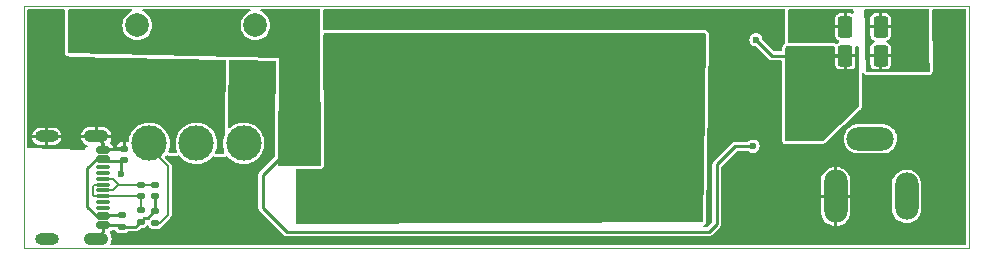
<source format=gbr>
%TF.GenerationSoftware,KiCad,Pcbnew,6.0.11+dfsg-1~bpo11+1*%
%TF.CreationDate,2023-04-14T13:04:02+02:00*%
%TF.ProjectId,IR-diode-general,49522d64-696f-4646-952d-67656e657261,rev?*%
%TF.SameCoordinates,Original*%
%TF.FileFunction,Copper,L1,Top*%
%TF.FilePolarity,Positive*%
%FSLAX46Y46*%
G04 Gerber Fmt 4.6, Leading zero omitted, Abs format (unit mm)*
G04 Created by KiCad (PCBNEW 6.0.11+dfsg-1~bpo11+1) date 2023-04-14 13:04:02 commit 5e22265*
%MOMM*%
%LPD*%
G01*
G04 APERTURE LIST*
G04 Aperture macros list*
%AMRoundRect*
0 Rectangle with rounded corners*
0 $1 Rounding radius*
0 $2 $3 $4 $5 $6 $7 $8 $9 X,Y pos of 4 corners*
0 Add a 4 corners polygon primitive as box body*
4,1,4,$2,$3,$4,$5,$6,$7,$8,$9,$2,$3,0*
0 Add four circle primitives for the rounded corners*
1,1,$1+$1,$2,$3*
1,1,$1+$1,$4,$5*
1,1,$1+$1,$6,$7*
1,1,$1+$1,$8,$9*
0 Add four rect primitives between the rounded corners*
20,1,$1+$1,$2,$3,$4,$5,0*
20,1,$1+$1,$4,$5,$6,$7,0*
20,1,$1+$1,$6,$7,$8,$9,0*
20,1,$1+$1,$8,$9,$2,$3,0*%
G04 Aperture macros list end*
%TA.AperFunction,Profile*%
%ADD10C,0.100000*%
%TD*%
%TA.AperFunction,SMDPad,CuDef*%
%ADD11RoundRect,0.147500X-0.172500X0.147500X-0.172500X-0.147500X0.172500X-0.147500X0.172500X0.147500X0*%
%TD*%
%TA.AperFunction,SMDPad,CuDef*%
%ADD12RoundRect,0.147500X0.172500X-0.147500X0.172500X0.147500X-0.172500X0.147500X-0.172500X-0.147500X0*%
%TD*%
%TA.AperFunction,ComponentPad*%
%ADD13O,2.000000X4.500000*%
%TD*%
%TA.AperFunction,ComponentPad*%
%ADD14O,4.000000X1.990000*%
%TD*%
%TA.AperFunction,ComponentPad*%
%ADD15O,2.000000X4.000000*%
%TD*%
%TA.AperFunction,SMDPad,CuDef*%
%ADD16RoundRect,0.150000X-0.425000X0.150000X-0.425000X-0.150000X0.425000X-0.150000X0.425000X0.150000X0*%
%TD*%
%TA.AperFunction,SMDPad,CuDef*%
%ADD17RoundRect,0.075000X-0.500000X0.075000X-0.500000X-0.075000X0.500000X-0.075000X0.500000X0.075000X0*%
%TD*%
%TA.AperFunction,ComponentPad*%
%ADD18O,2.100000X1.050000*%
%TD*%
%TA.AperFunction,ComponentPad*%
%ADD19O,2.000000X1.000000*%
%TD*%
%TA.AperFunction,SMDPad,CuDef*%
%ADD20RoundRect,0.180000X0.420000X0.720000X-0.420000X0.720000X-0.420000X-0.720000X0.420000X-0.720000X0*%
%TD*%
%TA.AperFunction,WasherPad*%
%ADD21C,2.000000*%
%TD*%
%TA.AperFunction,ComponentPad*%
%ADD22C,3.000000*%
%TD*%
%TA.AperFunction,ViaPad*%
%ADD23C,0.600000*%
%TD*%
%TA.AperFunction,Conductor*%
%ADD24C,0.250000*%
%TD*%
%TA.AperFunction,Conductor*%
%ADD25C,0.150000*%
%TD*%
G04 APERTURE END LIST*
D10*
X85000000Y-40500000D02*
X165000000Y-40500000D01*
X165000000Y-40500000D02*
X165000000Y-61000000D01*
X165000000Y-61000000D02*
X85000000Y-61000000D01*
X85000000Y-61000000D02*
X85000000Y-40500000D01*
D11*
%TO.P,C13,1*%
%TO.N,GND*%
X93450000Y-52566000D03*
%TO.P,C13,2*%
%TO.N,/LED DRIVER & USB-C Power output/VBUS*%
X93450000Y-53534000D03*
%TD*%
D12*
%TO.P,R12,1*%
%TO.N,GND*%
X96100000Y-56600000D03*
%TO.P,R12,2*%
%TO.N,Net-(J2-PadA7)*%
X96100000Y-55630000D03*
%TD*%
D13*
%TO.P,J1,1,1*%
%TO.N,+12V*%
X153700000Y-56600000D03*
D14*
%TO.P,J1,2,2*%
%TO.N,GND*%
X156648000Y-51721000D03*
D15*
%TO.P,J1,3,3*%
X159699000Y-56600000D03*
%TD*%
D16*
%TO.P,J2,A1,GND*%
%TO.N,GND*%
X91659645Y-52648000D03*
%TO.P,J2,A4,VBUS*%
%TO.N,/LED DRIVER & USB-C Power output/VBUS*%
X91659645Y-53450000D03*
D17*
%TO.P,J2,A5,CC1*%
%TO.N,unconnected-(J2-PadA5)*%
X91659645Y-54600000D03*
%TO.P,J2,A6,D+*%
%TO.N,Net-(J2-PadA6)*%
X91659645Y-55600000D03*
%TO.P,J2,A7,D-*%
%TO.N,Net-(J2-PadA7)*%
X91659645Y-56098000D03*
%TO.P,J2,A8,SBU1*%
%TO.N,unconnected-(J2-PadA8)*%
X91659645Y-57099000D03*
D16*
%TO.P,J2,A9,VBUS*%
%TO.N,/LED DRIVER & USB-C Power output/VBUS*%
X91659645Y-58248000D03*
%TO.P,J2,A12,GND*%
%TO.N,GND*%
X91659645Y-59050000D03*
%TO.P,J2,B1,GND*%
X91659645Y-59050000D03*
%TO.P,J2,B4,VBUS*%
%TO.N,/LED DRIVER & USB-C Power output/VBUS*%
X91659645Y-58248000D03*
D17*
%TO.P,J2,B5,CC2*%
%TO.N,unconnected-(J2-PadB5)*%
X91659645Y-57599000D03*
%TO.P,J2,B6,D+*%
%TO.N,Net-(J2-PadA6)*%
X91659645Y-56598000D03*
%TO.P,J2,B7,D-*%
%TO.N,Net-(J2-PadA7)*%
X91659645Y-55100000D03*
%TO.P,J2,B8,SBU2*%
%TO.N,unconnected-(J2-PadB8)*%
X91659645Y-54100000D03*
D16*
%TO.P,J2,B9,VBUS*%
%TO.N,/LED DRIVER & USB-C Power output/VBUS*%
X91659645Y-53450000D03*
%TO.P,J2,B12,GND*%
%TO.N,GND*%
X91659645Y-52648000D03*
D18*
%TO.P,J2,S1,SHIELD*%
X91085645Y-51529000D03*
D19*
X86904645Y-51529000D03*
D18*
X91085645Y-60170000D03*
D19*
X86904645Y-60170000D03*
%TD*%
D20*
%TO.P,R11,1*%
%TO.N,C_out*%
X157500000Y-44700000D03*
%TO.P,R11,2*%
%TO.N,SW*%
X154501000Y-44700000D03*
%TD*%
D12*
%TO.P,R13,1*%
%TO.N,Net-(J2-PadA6)*%
X94850000Y-56600000D03*
%TO.P,R13,2*%
%TO.N,Net-(J2-PadA7)*%
X94850000Y-55630000D03*
%TD*%
%TO.P,C12,1*%
%TO.N,GND*%
X93250000Y-59184000D03*
%TO.P,C12,2*%
%TO.N,/LED DRIVER & USB-C Power output/VBUS*%
X93250000Y-58216000D03*
%TD*%
D11*
%TO.P,R6,1*%
%TO.N,GND*%
X96100000Y-57865000D03*
%TO.P,R6,2*%
%TO.N,Net-(POT1-Pad1)*%
X96100000Y-58835000D03*
%TD*%
D20*
%TO.P,R10,1*%
%TO.N,C_out*%
X157500000Y-42250000D03*
%TO.P,R10,2*%
%TO.N,FB*%
X154501000Y-42250000D03*
%TD*%
D21*
%TO.P,POT1,*%
%TO.N,*%
X94574600Y-42111800D03*
X104574600Y-42111800D03*
D22*
%TO.P,POT1,1*%
%TO.N,Net-(POT1-Pad1)*%
X95574600Y-52111800D03*
%TO.P,POT1,2*%
%TO.N,Net-(POT1-Pad2)*%
X99574600Y-52111800D03*
%TO.P,POT1,3*%
%TO.N,Net-(C8-Pad2)*%
X103574600Y-52111800D03*
%TD*%
D12*
%TO.P,R14,1*%
%TO.N,GND*%
X94850000Y-58750000D03*
%TO.P,R14,2*%
%TO.N,Net-(J2-PadA6)*%
X94850000Y-57780000D03*
%TD*%
D23*
%TO.N,GND*%
X95550000Y-46200000D03*
X94250000Y-46350000D03*
%TO.N,+12V*%
X105600000Y-47700000D03*
X144750000Y-48150000D03*
%TO.N,SW*%
X146948423Y-43349500D03*
X151350000Y-50800000D03*
X150100000Y-50750000D03*
%TO.N,/LED DRIVER & USB-C Power output/VBUS*%
X93150000Y-54700000D03*
%TO.N,A_in*%
X107100000Y-52900000D03*
X91750000Y-43750000D03*
X146700000Y-52350000D03*
X91850000Y-42750000D03*
%TO.N,C_out*%
X158800000Y-41700000D03*
X159000000Y-45150000D03*
%TO.N,Thermal*%
X111250000Y-43830000D03*
X125580000Y-54540000D03*
X111250000Y-45370000D03*
X114090000Y-46910000D03*
X111250000Y-46910000D03*
X118700000Y-46900000D03*
X122500000Y-54540000D03*
X136510000Y-45420000D03*
X117880000Y-54540000D03*
X133280000Y-54540000D03*
X130200000Y-54540000D03*
X111720000Y-56080000D03*
X134970000Y-45420000D03*
X117170000Y-43830000D03*
X131740000Y-54540000D03*
X112550000Y-48450000D03*
X112550000Y-45370000D03*
X138050000Y-48500000D03*
X114090000Y-43830000D03*
X128660000Y-54540000D03*
X134970000Y-46960000D03*
X133430000Y-46960000D03*
X119420000Y-56080000D03*
X139350000Y-45420000D03*
X134970000Y-43880000D03*
X112600000Y-53050000D03*
X133430000Y-45420000D03*
X139350000Y-54540000D03*
X134820000Y-54540000D03*
X111250000Y-48450000D03*
X137900000Y-54540000D03*
X138050000Y-46960000D03*
X137900000Y-56080000D03*
X128660000Y-56080000D03*
X122500000Y-56080000D03*
X114800000Y-54540000D03*
X139350000Y-48500000D03*
X111200000Y-53050000D03*
X124040000Y-56080000D03*
X137900000Y-53000000D03*
X113260000Y-56080000D03*
X127120000Y-54540000D03*
X131740000Y-56080000D03*
X134820000Y-56080000D03*
X124040000Y-54540000D03*
X133280000Y-56080000D03*
X116340000Y-54540000D03*
X136360000Y-54540000D03*
X117170000Y-46910000D03*
X138050000Y-43880000D03*
X115630000Y-46910000D03*
X111900000Y-50900000D03*
X134250000Y-50850000D03*
X133430000Y-43880000D03*
X120960000Y-54540000D03*
X120960000Y-56080000D03*
X130200000Y-56080000D03*
X112550000Y-46910000D03*
X119420000Y-54540000D03*
X117880000Y-56080000D03*
X113260000Y-54540000D03*
X116340000Y-56080000D03*
X125580000Y-56080000D03*
X136360000Y-56080000D03*
X118710000Y-45370000D03*
X139350000Y-43880000D03*
X114800000Y-56080000D03*
X139350000Y-53000000D03*
X115630000Y-43830000D03*
X118710000Y-43830000D03*
X136510000Y-43880000D03*
X115630000Y-45370000D03*
X117170000Y-45370000D03*
X136510000Y-46960000D03*
X139350000Y-46960000D03*
X138050000Y-45420000D03*
X114090000Y-45370000D03*
X112550000Y-43830000D03*
X139350000Y-56080000D03*
X111720000Y-54540000D03*
X127120000Y-56080000D03*
%TO.N,FB*%
X150150000Y-42300000D03*
%TD*%
D24*
%TO.N,GND*%
X91659645Y-59596000D02*
X91085645Y-60170000D01*
X95450000Y-58450000D02*
X96020000Y-57880000D01*
X91659645Y-59050000D02*
X93116000Y-59050000D01*
X93150000Y-52616000D02*
X91691645Y-52616000D01*
X96100000Y-56600000D02*
X96100000Y-57780000D01*
X93250000Y-59184000D02*
X94416000Y-59184000D01*
X91659645Y-59050000D02*
X91659645Y-59596000D01*
X91659645Y-52103000D02*
X91085645Y-51529000D01*
X94416000Y-59184000D02*
X94850000Y-58750000D01*
X94850000Y-58750000D02*
X95150000Y-58450000D01*
X95150000Y-58450000D02*
X95450000Y-58450000D01*
X91659645Y-52648000D02*
X91659645Y-52103000D01*
%TO.N,SW*%
X148298923Y-44700000D02*
X154501000Y-44700000D01*
X146948423Y-43349500D02*
X148298923Y-44700000D01*
%TO.N,/LED DRIVER & USB-C Power output/VBUS*%
X91119952Y-53450000D02*
X90334645Y-54235307D01*
X90334645Y-54235307D02*
X90334645Y-57463693D01*
X93250000Y-58216000D02*
X91691645Y-58216000D01*
X93150000Y-54700000D02*
X93150000Y-53584000D01*
X93150000Y-53584000D02*
X91793645Y-53584000D01*
X91118952Y-58248000D02*
X91659645Y-58248000D01*
X91659645Y-53450000D02*
X91119952Y-53450000D01*
X90334645Y-57463693D02*
X91118952Y-58248000D01*
%TO.N,A_in*%
X107100000Y-52900000D02*
X105200000Y-54800000D01*
X143650000Y-58900000D02*
X143650000Y-53900000D01*
X142950000Y-59600000D02*
X143650000Y-58900000D01*
X105200000Y-54800000D02*
X105200000Y-57550000D01*
X105200000Y-57550000D02*
X107250000Y-59600000D01*
X143650000Y-53900000D02*
X145200000Y-52350000D01*
X145200000Y-52350000D02*
X146700000Y-52350000D01*
X107250000Y-59600000D02*
X142950000Y-59600000D01*
D25*
%TO.N,Net-(J2-PadA6)*%
X90950000Y-55600000D02*
X91659645Y-55600000D01*
X90898000Y-56598000D02*
X90784645Y-56484645D01*
X94850000Y-56600000D02*
X91661645Y-56600000D01*
X91659645Y-56598000D02*
X90898000Y-56598000D01*
X90784645Y-55765355D02*
X90950000Y-55600000D01*
X94850000Y-57780000D02*
X94850000Y-56600000D01*
X90784645Y-56484645D02*
X90784645Y-55765355D01*
%TO.N,Net-(J2-PadA7)*%
X92502000Y-56098000D02*
X91659645Y-56098000D01*
X92500000Y-55100000D02*
X91659645Y-55100000D01*
X93030000Y-55630000D02*
X92500000Y-55100000D01*
X96100000Y-55630000D02*
X94850000Y-55630000D01*
X92970000Y-55630000D02*
X92502000Y-56098000D01*
X94850000Y-55630000D02*
X93030000Y-55630000D01*
X93030000Y-55630000D02*
X92970000Y-55630000D01*
%TO.N,Net-(POT1-Pad1)*%
X97150000Y-58150000D02*
X96465000Y-58835000D01*
X95474600Y-52361800D02*
X97150000Y-54037200D01*
X97150000Y-54037200D02*
X97150000Y-58150000D01*
X96465000Y-58835000D02*
X96100000Y-58835000D01*
%TD*%
%TA.AperFunction,Conductor*%
%TO.N,+12V*%
G36*
X149399691Y-40773407D02*
G01*
X149435655Y-40822907D01*
X149440500Y-40853500D01*
X149440500Y-43541500D01*
X149443694Y-43582091D01*
X149443885Y-43583295D01*
X149431971Y-43643214D01*
X149386478Y-43685009D01*
X149367162Y-43693768D01*
X149317439Y-43729422D01*
X149315296Y-43731379D01*
X149315289Y-43731384D01*
X149278140Y-43765297D01*
X149272389Y-43770547D01*
X149268542Y-43777317D01*
X149268541Y-43777318D01*
X149235002Y-43836337D01*
X149222363Y-43858577D01*
X149220830Y-43863197D01*
X149206021Y-43907823D01*
X149203092Y-43916648D01*
X149189890Y-43996759D01*
X149189866Y-44000649D01*
X149188482Y-44222119D01*
X149169212Y-44280190D01*
X149119488Y-44315844D01*
X149089484Y-44320500D01*
X148497125Y-44320500D01*
X148438934Y-44301593D01*
X148427121Y-44291504D01*
X147534895Y-43399278D01*
X147506746Y-43342196D01*
X147499231Y-43285108D01*
X147488651Y-43204746D01*
X147432778Y-43069858D01*
X147343897Y-42954026D01*
X147338744Y-42950072D01*
X147233212Y-42869093D01*
X147233208Y-42869091D01*
X147228066Y-42865145D01*
X147093177Y-42809272D01*
X146948423Y-42790215D01*
X146803669Y-42809272D01*
X146668781Y-42865145D01*
X146552949Y-42954026D01*
X146464068Y-43069858D01*
X146408195Y-43204746D01*
X146389138Y-43349500D01*
X146408195Y-43494254D01*
X146464068Y-43629142D01*
X146552949Y-43744974D01*
X146558094Y-43748922D01*
X146558095Y-43748923D01*
X146663634Y-43829907D01*
X146663638Y-43829909D01*
X146668780Y-43833855D01*
X146803669Y-43889728D01*
X146941120Y-43907824D01*
X146998201Y-43935972D01*
X147994483Y-44932254D01*
X148007646Y-44948555D01*
X148014352Y-44958940D01*
X148020776Y-44964004D01*
X148041970Y-44980712D01*
X148048101Y-44986160D01*
X148049986Y-44987757D01*
X148052867Y-44990638D01*
X148056185Y-44993009D01*
X148056186Y-44993010D01*
X148069104Y-45002242D01*
X148072831Y-45005041D01*
X148113570Y-45037156D01*
X148120771Y-45039685D01*
X148123445Y-45041074D01*
X148129657Y-45045513D01*
X148137496Y-45047857D01*
X148137495Y-45047857D01*
X148179376Y-45060383D01*
X148183810Y-45061824D01*
X148226898Y-45076955D01*
X148226902Y-45076956D01*
X148232774Y-45079018D01*
X148238339Y-45079500D01*
X148240482Y-45079500D01*
X148241596Y-45079548D01*
X148244197Y-45079768D01*
X148250701Y-45081713D01*
X148258877Y-45081392D01*
X148258879Y-45081392D01*
X148305093Y-45079576D01*
X148308980Y-45079500D01*
X149083502Y-45079500D01*
X149141693Y-45098407D01*
X149177657Y-45147907D01*
X149182500Y-45179119D01*
X149180808Y-45449827D01*
X149180695Y-45467908D01*
X149141368Y-51760406D01*
X149141128Y-51798759D01*
X149144192Y-51840170D01*
X149144494Y-51842114D01*
X149144495Y-51842126D01*
X149148145Y-51865645D01*
X149149035Y-51871382D01*
X149153136Y-51892173D01*
X149155597Y-51897511D01*
X149193426Y-51979568D01*
X149195526Y-51984124D01*
X149231490Y-52033624D01*
X149233460Y-52035755D01*
X149233464Y-52035760D01*
X149248475Y-52051998D01*
X149272899Y-52078419D01*
X149279697Y-52082226D01*
X149356995Y-52125515D01*
X149356998Y-52125516D01*
X149361242Y-52127893D01*
X149419433Y-52146800D01*
X149423277Y-52147409D01*
X149423282Y-52147410D01*
X149495773Y-52158891D01*
X149495778Y-52158891D01*
X149499621Y-52159500D01*
X152560944Y-52159500D01*
X152561689Y-52159477D01*
X152561692Y-52159477D01*
X152576137Y-52159032D01*
X152576145Y-52159032D01*
X152576912Y-52159008D01*
X152577668Y-52158961D01*
X152577698Y-52158960D01*
X152584429Y-52158545D01*
X152584434Y-52158544D01*
X152589077Y-52158258D01*
X152638774Y-52145597D01*
X152678510Y-52135474D01*
X152678513Y-52135473D01*
X152683019Y-52134325D01*
X152738446Y-52108410D01*
X152741666Y-52106233D01*
X152741670Y-52106231D01*
X152794735Y-52070358D01*
X152805708Y-52062940D01*
X152808547Y-52060287D01*
X152808551Y-52060284D01*
X153129473Y-51760406D01*
X154389069Y-51760406D01*
X154389598Y-51764776D01*
X154389598Y-51764781D01*
X154398958Y-51842126D01*
X154415865Y-51981836D01*
X154417160Y-51986045D01*
X154480152Y-52190806D01*
X154480154Y-52190812D01*
X154481449Y-52195020D01*
X154483472Y-52198939D01*
X154483473Y-52198942D01*
X154581722Y-52389297D01*
X154583748Y-52393222D01*
X154719529Y-52570175D01*
X154884500Y-52720287D01*
X155073446Y-52838812D01*
X155280395Y-52922005D01*
X155498806Y-52967236D01*
X155555415Y-52970500D01*
X157709585Y-52970500D01*
X157711779Y-52970304D01*
X157711783Y-52970304D01*
X157870774Y-52956115D01*
X157870778Y-52956114D01*
X157875162Y-52955723D01*
X157879407Y-52954562D01*
X157879411Y-52954561D01*
X158048005Y-52908438D01*
X158090301Y-52896867D01*
X158094287Y-52894966D01*
X158287638Y-52802743D01*
X158287644Y-52802740D01*
X158291618Y-52800844D01*
X158472749Y-52670688D01*
X158627968Y-52510514D01*
X158634529Y-52500751D01*
X158749913Y-52329043D01*
X158749916Y-52329037D01*
X158752371Y-52325384D01*
X158754139Y-52321357D01*
X158754142Y-52321351D01*
X158807875Y-52198942D01*
X158842023Y-52121150D01*
X158894092Y-51904268D01*
X158894790Y-51892173D01*
X158906677Y-51685993D01*
X158906931Y-51681594D01*
X158880135Y-51460164D01*
X158866858Y-51417007D01*
X158815848Y-51251194D01*
X158815846Y-51251188D01*
X158814551Y-51246980D01*
X158754759Y-51131133D01*
X158714278Y-51052703D01*
X158714277Y-51052702D01*
X158712252Y-51048778D01*
X158618075Y-50926044D01*
X158579160Y-50875329D01*
X158579158Y-50875327D01*
X158576471Y-50871825D01*
X158411500Y-50721713D01*
X158222554Y-50603188D01*
X158015605Y-50519995D01*
X157797194Y-50474764D01*
X157740585Y-50471500D01*
X155586415Y-50471500D01*
X155584221Y-50471696D01*
X155584217Y-50471696D01*
X155425226Y-50485885D01*
X155425222Y-50485886D01*
X155420838Y-50486277D01*
X155416593Y-50487438D01*
X155416589Y-50487439D01*
X155263658Y-50529277D01*
X155205699Y-50545133D01*
X155201715Y-50547033D01*
X155201713Y-50547034D01*
X155008362Y-50639257D01*
X155008356Y-50639260D01*
X155004382Y-50641156D01*
X154823251Y-50771312D01*
X154668032Y-50931486D01*
X154665574Y-50935143D01*
X154665573Y-50935145D01*
X154546087Y-51112957D01*
X154546084Y-51112963D01*
X154543629Y-51116616D01*
X154541861Y-51120643D01*
X154541858Y-51120649D01*
X154488767Y-51241595D01*
X154453977Y-51320850D01*
X154401908Y-51537732D01*
X154401655Y-51542125D01*
X154401654Y-51542130D01*
X154395033Y-51656972D01*
X154389069Y-51760406D01*
X153129473Y-51760406D01*
X155794907Y-49269754D01*
X155794911Y-49269750D01*
X155795764Y-49268953D01*
X155813032Y-49251201D01*
X155825533Y-49237057D01*
X155877893Y-49145392D01*
X155896800Y-49087201D01*
X155909500Y-49007013D01*
X155909500Y-46254832D01*
X155928407Y-46196641D01*
X155977907Y-46160677D01*
X156039093Y-46160677D01*
X156081816Y-46188306D01*
X156117101Y-46227192D01*
X156123860Y-46231060D01*
X156200761Y-46275069D01*
X156200764Y-46275071D01*
X156204980Y-46277483D01*
X156209588Y-46279027D01*
X156209591Y-46279029D01*
X156248847Y-46292187D01*
X156262993Y-46296929D01*
X156343065Y-46310373D01*
X156346949Y-46310409D01*
X159812569Y-46342498D01*
X161546794Y-46358556D01*
X161576211Y-46356381D01*
X161587676Y-46355533D01*
X161587678Y-46355533D01*
X161589744Y-46355380D01*
X161591783Y-46355058D01*
X161591787Y-46355057D01*
X161621022Y-46350432D01*
X161622084Y-46350264D01*
X161623129Y-46350051D01*
X161623148Y-46350048D01*
X161638509Y-46346923D01*
X161638508Y-46346923D01*
X161644345Y-46345736D01*
X161735917Y-46302534D01*
X161742619Y-46297574D01*
X161756204Y-46287519D01*
X161785097Y-46266134D01*
X161829528Y-46224328D01*
X161878217Y-46135551D01*
X161896608Y-46077195D01*
X161908598Y-45996899D01*
X161908286Y-45961574D01*
X161863088Y-40854376D01*
X161881480Y-40796020D01*
X161930659Y-40759620D01*
X161962084Y-40754500D01*
X164646500Y-40754500D01*
X164704691Y-40773407D01*
X164740655Y-40822907D01*
X164745500Y-40853500D01*
X164745500Y-60646500D01*
X164726593Y-60704691D01*
X164677093Y-60740655D01*
X164646500Y-60745500D01*
X92348774Y-60745500D01*
X92290583Y-60726593D01*
X92254619Y-60677093D01*
X92254619Y-60615907D01*
X92265185Y-60593454D01*
X92312722Y-60518547D01*
X92312725Y-60518541D01*
X92315688Y-60513872D01*
X92374351Y-60349126D01*
X92380355Y-60298777D01*
X92394403Y-60180972D01*
X92394403Y-60180969D01*
X92395058Y-60175476D01*
X92376778Y-60001555D01*
X92370325Y-59982598D01*
X92322205Y-59841248D01*
X92322205Y-59841247D01*
X92320420Y-59836005D01*
X92235110Y-59697334D01*
X92220723Y-59637866D01*
X92244039Y-59581297D01*
X92274484Y-59557253D01*
X92325368Y-59531326D01*
X92398198Y-59458496D01*
X92452715Y-59430719D01*
X92468202Y-59429500D01*
X92615591Y-59429500D01*
X92673782Y-59448407D01*
X92703801Y-59483555D01*
X92744535Y-59563500D01*
X92748221Y-59570735D01*
X92838265Y-59660779D01*
X92845202Y-59664313D01*
X92845204Y-59664315D01*
X92944786Y-59715054D01*
X92944789Y-59715055D01*
X92951727Y-59718590D01*
X92959421Y-59719809D01*
X92959422Y-59719809D01*
X93042017Y-59732891D01*
X93042019Y-59732891D01*
X93045863Y-59733500D01*
X93249973Y-59733500D01*
X93454136Y-59733499D01*
X93457979Y-59732890D01*
X93457984Y-59732890D01*
X93540579Y-59719809D01*
X93540582Y-59719808D01*
X93548273Y-59718590D01*
X93610165Y-59687055D01*
X93654796Y-59664315D01*
X93654798Y-59664313D01*
X93661735Y-59660779D01*
X93730018Y-59592496D01*
X93784535Y-59564719D01*
X93800022Y-59563500D01*
X94364953Y-59563500D01*
X94385791Y-59565718D01*
X94389876Y-59566598D01*
X94389879Y-59566598D01*
X94397876Y-59568320D01*
X94432804Y-59564186D01*
X94440969Y-59563705D01*
X94443446Y-59563500D01*
X94447524Y-59563500D01*
X94459597Y-59561490D01*
X94467182Y-59560228D01*
X94471801Y-59559570D01*
X94508335Y-59555246D01*
X94523341Y-59553470D01*
X94530223Y-59550165D01*
X94533092Y-59549258D01*
X94540626Y-59548004D01*
X94586304Y-59523358D01*
X94590454Y-59521243D01*
X94631615Y-59501478D01*
X94637232Y-59498781D01*
X94641508Y-59495186D01*
X94643009Y-59493685D01*
X94643854Y-59492910D01*
X94645842Y-59491232D01*
X94651814Y-59488010D01*
X94688747Y-59448056D01*
X94691440Y-59445254D01*
X94808198Y-59328496D01*
X94862715Y-59300719D01*
X94878201Y-59299500D01*
X95035317Y-59299499D01*
X95054136Y-59299499D01*
X95057979Y-59298890D01*
X95057984Y-59298890D01*
X95140579Y-59285809D01*
X95140582Y-59285808D01*
X95148273Y-59284590D01*
X95218761Y-59248675D01*
X95254796Y-59230315D01*
X95254798Y-59230313D01*
X95261735Y-59226779D01*
X95351779Y-59136735D01*
X95365136Y-59110521D01*
X95408398Y-59067257D01*
X95468830Y-59057685D01*
X95523347Y-59085461D01*
X95541555Y-59110521D01*
X95582818Y-59191504D01*
X95598221Y-59221735D01*
X95688265Y-59311779D01*
X95695202Y-59315313D01*
X95695204Y-59315315D01*
X95794786Y-59366054D01*
X95794789Y-59366055D01*
X95801727Y-59369590D01*
X95809421Y-59370809D01*
X95809422Y-59370809D01*
X95892017Y-59383891D01*
X95892019Y-59383891D01*
X95895863Y-59384500D01*
X96099973Y-59384500D01*
X96304136Y-59384499D01*
X96307979Y-59383890D01*
X96307984Y-59383890D01*
X96390579Y-59370809D01*
X96390582Y-59370808D01*
X96398273Y-59369590D01*
X96478926Y-59328496D01*
X96504796Y-59315315D01*
X96504798Y-59315313D01*
X96511735Y-59311779D01*
X96601779Y-59221735D01*
X96617183Y-59191504D01*
X96652004Y-59123162D01*
X96675031Y-59094212D01*
X96680066Y-59091305D01*
X96687804Y-59082084D01*
X96705380Y-59061137D01*
X96711214Y-59054769D01*
X97369764Y-58396219D01*
X97376132Y-58390384D01*
X97378953Y-58388017D01*
X97406305Y-58365066D01*
X97426001Y-58330951D01*
X97430638Y-58323673D01*
X97448268Y-58298495D01*
X97448269Y-58298494D01*
X97453235Y-58291401D01*
X97455477Y-58283035D01*
X97458016Y-58277589D01*
X97460073Y-58271937D01*
X97464405Y-58264434D01*
X97471247Y-58225634D01*
X97473116Y-58217204D01*
X97481068Y-58187525D01*
X97483309Y-58179161D01*
X97479877Y-58139931D01*
X97479500Y-58131303D01*
X97479500Y-54055894D01*
X97479877Y-54047265D01*
X97482554Y-54016666D01*
X97483309Y-54008039D01*
X97473116Y-53969996D01*
X97471247Y-53961566D01*
X97468155Y-53944031D01*
X97464405Y-53922766D01*
X97460073Y-53915263D01*
X97458016Y-53909611D01*
X97455477Y-53904165D01*
X97453235Y-53895799D01*
X97430638Y-53863527D01*
X97425999Y-53856245D01*
X97410637Y-53829637D01*
X97406305Y-53822134D01*
X97376137Y-53796820D01*
X97369769Y-53790986D01*
X96937694Y-53358911D01*
X96909917Y-53304394D01*
X96919488Y-53243962D01*
X96933261Y-53223638D01*
X96979735Y-53170645D01*
X96997624Y-53142834D01*
X97045006Y-53104123D01*
X97106093Y-53100655D01*
X97132044Y-53111634D01*
X97148819Y-53121759D01*
X97155606Y-53124211D01*
X97196558Y-53139007D01*
X97206364Y-53142550D01*
X97210185Y-53143283D01*
X97210191Y-53143285D01*
X97260526Y-53152945D01*
X97286101Y-53157854D01*
X97846997Y-53176108D01*
X97855188Y-53176245D01*
X97856741Y-53176246D01*
X97857134Y-53176247D01*
X97857135Y-53176247D01*
X97861420Y-53176251D01*
X97865641Y-53175518D01*
X97865645Y-53175518D01*
X97945137Y-53161719D01*
X97945136Y-53161719D01*
X97949360Y-53160986D01*
X97953390Y-53159539D01*
X97953394Y-53159538D01*
X98004201Y-53141296D01*
X98004202Y-53141296D01*
X98006947Y-53140310D01*
X98009557Y-53139009D01*
X98009561Y-53139007D01*
X98039237Y-53124211D01*
X98099750Y-53115167D01*
X98154022Y-53143418D01*
X98162733Y-53153572D01*
X98246749Y-53266083D01*
X98284937Y-53303939D01*
X98357890Y-53376258D01*
X98431948Y-53449673D01*
X98434909Y-53451844D01*
X98434910Y-53451845D01*
X98453113Y-53465192D01*
X98642249Y-53603873D01*
X98645493Y-53605580D01*
X98645495Y-53605581D01*
X98869778Y-53723582D01*
X98869784Y-53723585D01*
X98873033Y-53725294D01*
X98876504Y-53726506D01*
X98876506Y-53726507D01*
X98915806Y-53740231D01*
X99119229Y-53811269D01*
X99375428Y-53859910D01*
X99517336Y-53865486D01*
X99632333Y-53870004D01*
X99632336Y-53870004D01*
X99636003Y-53870148D01*
X99769219Y-53855558D01*
X99891588Y-53842157D01*
X99891591Y-53842156D01*
X99895229Y-53841758D01*
X100147411Y-53775364D01*
X100150786Y-53773914D01*
X100150789Y-53773913D01*
X100277979Y-53719268D01*
X100387010Y-53672425D01*
X100489946Y-53608726D01*
X100605635Y-53537136D01*
X100605640Y-53537132D01*
X100608761Y-53535201D01*
X100616468Y-53528677D01*
X100796512Y-53376258D01*
X100807794Y-53366707D01*
X100860955Y-53306089D01*
X100918076Y-53240954D01*
X100970659Y-53209670D01*
X101031587Y-53215269D01*
X101043666Y-53221471D01*
X101047245Y-53223631D01*
X101091024Y-53250055D01*
X101119059Y-53260184D01*
X101127216Y-53263131D01*
X101148569Y-53270846D01*
X101152390Y-53271579D01*
X101152396Y-53271581D01*
X101202731Y-53281241D01*
X101228306Y-53286150D01*
X101514408Y-53295461D01*
X101838916Y-53306023D01*
X101838925Y-53306023D01*
X101840956Y-53306089D01*
X101883773Y-53303939D01*
X101885794Y-53303669D01*
X101885804Y-53303668D01*
X101908278Y-53300664D01*
X101916082Y-53299621D01*
X101917134Y-53299434D01*
X101917138Y-53299433D01*
X101932410Y-53296713D01*
X101932413Y-53296712D01*
X101938258Y-53295671D01*
X102030873Y-53254751D01*
X102037558Y-53250055D01*
X102078555Y-53221256D01*
X102078561Y-53221251D01*
X102080940Y-53219580D01*
X102083113Y-53217634D01*
X102083242Y-53217532D01*
X102140566Y-53196141D01*
X102199516Y-53212529D01*
X102224145Y-53235813D01*
X102246749Y-53266083D01*
X102284937Y-53303939D01*
X102357890Y-53376258D01*
X102431948Y-53449673D01*
X102434909Y-53451844D01*
X102434910Y-53451845D01*
X102453113Y-53465192D01*
X102642249Y-53603873D01*
X102645493Y-53605580D01*
X102645495Y-53605581D01*
X102869778Y-53723582D01*
X102869784Y-53723585D01*
X102873033Y-53725294D01*
X102876504Y-53726506D01*
X102876506Y-53726507D01*
X102915806Y-53740231D01*
X103119229Y-53811269D01*
X103375428Y-53859910D01*
X103517336Y-53865486D01*
X103632333Y-53870004D01*
X103632336Y-53870004D01*
X103636003Y-53870148D01*
X103769219Y-53855558D01*
X103891588Y-53842157D01*
X103891591Y-53842156D01*
X103895229Y-53841758D01*
X104147411Y-53775364D01*
X104150786Y-53773914D01*
X104150789Y-53773913D01*
X104277979Y-53719268D01*
X104387010Y-53672425D01*
X104489946Y-53608726D01*
X104605635Y-53537136D01*
X104605640Y-53537132D01*
X104608761Y-53535201D01*
X104616468Y-53528677D01*
X104796512Y-53376258D01*
X104807794Y-53366707D01*
X104862750Y-53304042D01*
X104898627Y-53263131D01*
X104979735Y-53170645D01*
X105120808Y-52951323D01*
X105134756Y-52920361D01*
X105226406Y-52716905D01*
X105226407Y-52716903D01*
X105227914Y-52713557D01*
X105250128Y-52634791D01*
X105297702Y-52466108D01*
X105297703Y-52466105D01*
X105298699Y-52462572D01*
X105331609Y-52203881D01*
X105334020Y-52111800D01*
X105324037Y-51977462D01*
X105314966Y-51855395D01*
X105314965Y-51855389D01*
X105314694Y-51851741D01*
X105257142Y-51597395D01*
X105233941Y-51537732D01*
X105163957Y-51357770D01*
X105162627Y-51354350D01*
X105033225Y-51127945D01*
X104871780Y-50923153D01*
X104869107Y-50920639D01*
X104869102Y-50920633D01*
X104713733Y-50774477D01*
X104681839Y-50744474D01*
X104467573Y-50595832D01*
X104233690Y-50480494D01*
X103985328Y-50400993D01*
X103981713Y-50400404D01*
X103981712Y-50400404D01*
X103731561Y-50359664D01*
X103731560Y-50359664D01*
X103727944Y-50359075D01*
X103724281Y-50359027D01*
X103724280Y-50359027D01*
X103597567Y-50357369D01*
X103467190Y-50355662D01*
X103463562Y-50356156D01*
X103463558Y-50356156D01*
X103337993Y-50373245D01*
X103208796Y-50390828D01*
X102958438Y-50463800D01*
X102933057Y-50475501D01*
X102724951Y-50571439D01*
X102724945Y-50571442D01*
X102721616Y-50572977D01*
X102503533Y-50715958D01*
X102500800Y-50718397D01*
X102500799Y-50718398D01*
X102411531Y-50798073D01*
X102355528Y-50822715D01*
X102295735Y-50809733D01*
X102254993Y-50764085D01*
X102246622Y-50722636D01*
X102270071Y-49251201D01*
X102335806Y-45126300D01*
X102355638Y-45068418D01*
X102405704Y-45033248D01*
X102436733Y-45028897D01*
X103345172Y-45046710D01*
X106191526Y-45102521D01*
X106249335Y-45122565D01*
X106284321Y-45172761D01*
X106288584Y-45202037D01*
X106258472Y-50742383D01*
X106245237Y-53177597D01*
X106226013Y-53235684D01*
X106216242Y-53247063D01*
X104967746Y-54495560D01*
X104951445Y-54508723D01*
X104941060Y-54515429D01*
X104935996Y-54521853D01*
X104919288Y-54543047D01*
X104913852Y-54549165D01*
X104912249Y-54551057D01*
X104909362Y-54553944D01*
X104899005Y-54568437D01*
X104897773Y-54570161D01*
X104894973Y-54573891D01*
X104862844Y-54614647D01*
X104860317Y-54621844D01*
X104858927Y-54624519D01*
X104854486Y-54630734D01*
X104852142Y-54638572D01*
X104839615Y-54680459D01*
X104838174Y-54684894D01*
X104828091Y-54713608D01*
X104820982Y-54733851D01*
X104820500Y-54739416D01*
X104820500Y-54741559D01*
X104820452Y-54742673D01*
X104820232Y-54745274D01*
X104818287Y-54751778D01*
X104818608Y-54759954D01*
X104818608Y-54759956D01*
X104820424Y-54806170D01*
X104820500Y-54810057D01*
X104820500Y-57498953D01*
X104818282Y-57519790D01*
X104815680Y-57531876D01*
X104818691Y-57557315D01*
X104819814Y-57566802D01*
X104820295Y-57574969D01*
X104820500Y-57577446D01*
X104820500Y-57581524D01*
X104821171Y-57585553D01*
X104823772Y-57601182D01*
X104824430Y-57605801D01*
X104830530Y-57657341D01*
X104833835Y-57664223D01*
X104834742Y-57667092D01*
X104835996Y-57674626D01*
X104854742Y-57709368D01*
X104860639Y-57720297D01*
X104862753Y-57724447D01*
X104885219Y-57771232D01*
X104888814Y-57775508D01*
X104890315Y-57777009D01*
X104891090Y-57777854D01*
X104892768Y-57779842D01*
X104895990Y-57785814D01*
X104931523Y-57818660D01*
X104935943Y-57822746D01*
X104938746Y-57825440D01*
X106945560Y-59832254D01*
X106958723Y-59848555D01*
X106965429Y-59858940D01*
X106971853Y-59864004D01*
X106993047Y-59880712D01*
X106999165Y-59886148D01*
X107001057Y-59887751D01*
X107003944Y-59890638D01*
X107014250Y-59898003D01*
X107020161Y-59902227D01*
X107023891Y-59905027D01*
X107064647Y-59937156D01*
X107071844Y-59939683D01*
X107074519Y-59941073D01*
X107080734Y-59945514D01*
X107114202Y-59955523D01*
X107130459Y-59960385D01*
X107134894Y-59961826D01*
X107177978Y-59976956D01*
X107177981Y-59976957D01*
X107183851Y-59979018D01*
X107189416Y-59979500D01*
X107191559Y-59979500D01*
X107192673Y-59979548D01*
X107195274Y-59979768D01*
X107201778Y-59981713D01*
X107209954Y-59981392D01*
X107209956Y-59981392D01*
X107256170Y-59979576D01*
X107260057Y-59979500D01*
X142898953Y-59979500D01*
X142919791Y-59981718D01*
X142923876Y-59982598D01*
X142923879Y-59982598D01*
X142931876Y-59984320D01*
X142966804Y-59980186D01*
X142974969Y-59979705D01*
X142977446Y-59979500D01*
X142981524Y-59979500D01*
X142993597Y-59977490D01*
X143001182Y-59976228D01*
X143005801Y-59975570D01*
X143034398Y-59972185D01*
X143057341Y-59969470D01*
X143064223Y-59966165D01*
X143067092Y-59965258D01*
X143074626Y-59964004D01*
X143120304Y-59939358D01*
X143124454Y-59937243D01*
X143171232Y-59914781D01*
X143175508Y-59911186D01*
X143177009Y-59909685D01*
X143177854Y-59908910D01*
X143179842Y-59907232D01*
X143185814Y-59904010D01*
X143195980Y-59893013D01*
X143222745Y-59864058D01*
X143225439Y-59861255D01*
X143882254Y-59204441D01*
X143898558Y-59191275D01*
X143902063Y-59189012D01*
X143902065Y-59189010D01*
X143908940Y-59184571D01*
X143930472Y-59157258D01*
X143930708Y-59156958D01*
X143936179Y-59150801D01*
X143937760Y-59148935D01*
X143940638Y-59146057D01*
X143947300Y-59136735D01*
X143952233Y-59129831D01*
X143955034Y-59126100D01*
X143969087Y-59108273D01*
X143987156Y-59085353D01*
X143989684Y-59078155D01*
X143991076Y-59075475D01*
X143995513Y-59069266D01*
X144006026Y-59034115D01*
X144010383Y-59019547D01*
X144011824Y-59015113D01*
X144026955Y-58972025D01*
X144026956Y-58972021D01*
X144029018Y-58966149D01*
X144029500Y-58960584D01*
X144029500Y-58958441D01*
X144029548Y-58957327D01*
X144029768Y-58954726D01*
X144031713Y-58948222D01*
X144030412Y-58915093D01*
X144029576Y-58893830D01*
X144029500Y-58889943D01*
X144029500Y-57904592D01*
X152446000Y-57904592D01*
X152446196Y-57908993D01*
X152460438Y-58068571D01*
X152461994Y-58077216D01*
X152518733Y-58284620D01*
X152521795Y-58292856D01*
X152614368Y-58486940D01*
X152618839Y-58494499D01*
X152744320Y-58669124D01*
X152750056Y-58675769D01*
X152904477Y-58825413D01*
X152911301Y-58830939D01*
X153089780Y-58950873D01*
X153097473Y-58955102D01*
X153294379Y-59041537D01*
X153302687Y-59044333D01*
X153511788Y-59094534D01*
X153520469Y-59095816D01*
X153557346Y-59097942D01*
X153570248Y-59094557D01*
X153572614Y-59091667D01*
X153573000Y-59089615D01*
X153573000Y-59082185D01*
X153827000Y-59082185D01*
X153831122Y-59094870D01*
X153832800Y-59096090D01*
X153837720Y-59096568D01*
X153957401Y-59082084D01*
X153965984Y-59080260D01*
X154171514Y-59017031D01*
X154179650Y-59013711D01*
X154370717Y-58915093D01*
X154378148Y-58910378D01*
X154548736Y-58779481D01*
X154555200Y-58773538D01*
X154699925Y-58614486D01*
X154705224Y-58607505D01*
X154819498Y-58425337D01*
X154823482Y-58417518D01*
X154903687Y-58218000D01*
X154906225Y-58209594D01*
X154949988Y-57998271D01*
X154950934Y-57991089D01*
X154953918Y-57939332D01*
X154954000Y-57936491D01*
X154954000Y-57656819D01*
X158444500Y-57656819D01*
X158444696Y-57659015D01*
X158455084Y-57775404D01*
X158459336Y-57823051D01*
X158460500Y-57827305D01*
X158511442Y-58013517D01*
X158518427Y-58039051D01*
X158520324Y-58043028D01*
X158520325Y-58043031D01*
X158612935Y-58237194D01*
X158612938Y-58237200D01*
X158614834Y-58241174D01*
X158745511Y-58423030D01*
X158906326Y-58578871D01*
X159092197Y-58703770D01*
X159096237Y-58705543D01*
X159096238Y-58705544D01*
X159105464Y-58709594D01*
X159297248Y-58793782D01*
X159301534Y-58794811D01*
X159301537Y-58794812D01*
X159452018Y-58830939D01*
X159514998Y-58846059D01*
X159519390Y-58846312D01*
X159519395Y-58846313D01*
X159641267Y-58853339D01*
X159738564Y-58858949D01*
X159742934Y-58858420D01*
X159742939Y-58858420D01*
X159902357Y-58839128D01*
X159960880Y-58832046D01*
X159965085Y-58830753D01*
X159965087Y-58830752D01*
X160073938Y-58797265D01*
X160174917Y-58766200D01*
X160178836Y-58764177D01*
X160178839Y-58764176D01*
X160289187Y-58707221D01*
X160373912Y-58663491D01*
X160494627Y-58570863D01*
X160548069Y-58529856D01*
X160548071Y-58529854D01*
X160551573Y-58527167D01*
X160643534Y-58426104D01*
X160699315Y-58364801D01*
X160702286Y-58361536D01*
X160821286Y-58171833D01*
X160904812Y-57964056D01*
X160910041Y-57938806D01*
X160949488Y-57748328D01*
X160949489Y-57748322D01*
X160950224Y-57744772D01*
X160953500Y-57687952D01*
X160953500Y-55543181D01*
X160938664Y-55376949D01*
X160879573Y-55160949D01*
X160875887Y-55153221D01*
X160785065Y-54962806D01*
X160785062Y-54962800D01*
X160783166Y-54958826D01*
X160652489Y-54776970D01*
X160645813Y-54770500D01*
X160552898Y-54680459D01*
X160491674Y-54621129D01*
X160305803Y-54496230D01*
X160100752Y-54406218D01*
X160096466Y-54405189D01*
X160096463Y-54405188D01*
X159887284Y-54354969D01*
X159883002Y-54353941D01*
X159878610Y-54353688D01*
X159878605Y-54353687D01*
X159756733Y-54346661D01*
X159659436Y-54341051D01*
X159655066Y-54341580D01*
X159655061Y-54341580D01*
X159506374Y-54359573D01*
X159437120Y-54367954D01*
X159432915Y-54369247D01*
X159432913Y-54369248D01*
X159367925Y-54389241D01*
X159223083Y-54433800D01*
X159219164Y-54435823D01*
X159219161Y-54435824D01*
X159158637Y-54467063D01*
X159024088Y-54536509D01*
X158951126Y-54592495D01*
X158901292Y-54630734D01*
X158846427Y-54672833D01*
X158843455Y-54676099D01*
X158843453Y-54676101D01*
X158748408Y-54780554D01*
X158695714Y-54838464D01*
X158576714Y-55028167D01*
X158493188Y-55235944D01*
X158492294Y-55240261D01*
X158448680Y-55450864D01*
X158447776Y-55455228D01*
X158444500Y-55512048D01*
X158444500Y-57656819D01*
X154954000Y-57656819D01*
X154954000Y-56742680D01*
X154949878Y-56729995D01*
X154945757Y-56727000D01*
X153842680Y-56727000D01*
X153829995Y-56731122D01*
X153827000Y-56735243D01*
X153827000Y-59082185D01*
X153573000Y-59082185D01*
X153573000Y-56742680D01*
X153568878Y-56729995D01*
X153564757Y-56727000D01*
X152461680Y-56727000D01*
X152448995Y-56731122D01*
X152446000Y-56735243D01*
X152446000Y-57904592D01*
X144029500Y-57904592D01*
X144029500Y-56457320D01*
X152446000Y-56457320D01*
X152450122Y-56470005D01*
X152454243Y-56473000D01*
X153557320Y-56473000D01*
X153570005Y-56468878D01*
X153573000Y-56464757D01*
X153573000Y-56457320D01*
X153827000Y-56457320D01*
X153831122Y-56470005D01*
X153835243Y-56473000D01*
X154938320Y-56473000D01*
X154951005Y-56468878D01*
X154954000Y-56464757D01*
X154954000Y-55295408D01*
X154953804Y-55291007D01*
X154939562Y-55131429D01*
X154938006Y-55122784D01*
X154881267Y-54915380D01*
X154878205Y-54907144D01*
X154785632Y-54713060D01*
X154781161Y-54705501D01*
X154655680Y-54530876D01*
X154649944Y-54524231D01*
X154495523Y-54374587D01*
X154488699Y-54369061D01*
X154310220Y-54249127D01*
X154302527Y-54244898D01*
X154105621Y-54158463D01*
X154097313Y-54155667D01*
X153888212Y-54105466D01*
X153879531Y-54104184D01*
X153842654Y-54102058D01*
X153829752Y-54105443D01*
X153827386Y-54108333D01*
X153827000Y-54110385D01*
X153827000Y-56457320D01*
X153573000Y-56457320D01*
X153573000Y-54117815D01*
X153568878Y-54105130D01*
X153567200Y-54103910D01*
X153562280Y-54103432D01*
X153442599Y-54117916D01*
X153434016Y-54119740D01*
X153228486Y-54182969D01*
X153220350Y-54186289D01*
X153029283Y-54284907D01*
X153021852Y-54289622D01*
X152851264Y-54420519D01*
X152844800Y-54426462D01*
X152700075Y-54585514D01*
X152694776Y-54592495D01*
X152580502Y-54774663D01*
X152576518Y-54782482D01*
X152496313Y-54982000D01*
X152493775Y-54990406D01*
X152450012Y-55201729D01*
X152449066Y-55208911D01*
X152446082Y-55260668D01*
X152446000Y-55263509D01*
X152446000Y-56457320D01*
X144029500Y-56457320D01*
X144029500Y-54098202D01*
X144048407Y-54040011D01*
X144058496Y-54028198D01*
X145328198Y-52758496D01*
X145382715Y-52730719D01*
X145398202Y-52729500D01*
X146250102Y-52729500D01*
X146310369Y-52749958D01*
X146335361Y-52769135D01*
X146415211Y-52830407D01*
X146415215Y-52830409D01*
X146420357Y-52834355D01*
X146555246Y-52890228D01*
X146700000Y-52909285D01*
X146844754Y-52890228D01*
X146979643Y-52834355D01*
X146984785Y-52830409D01*
X146984789Y-52830407D01*
X147090328Y-52749423D01*
X147090329Y-52749422D01*
X147095474Y-52745474D01*
X147184355Y-52629642D01*
X147240228Y-52494754D01*
X147259285Y-52350000D01*
X147240228Y-52205246D01*
X147184355Y-52070358D01*
X147095474Y-51954526D01*
X147090328Y-51950577D01*
X146984789Y-51869593D01*
X146984785Y-51869591D01*
X146979643Y-51865645D01*
X146844754Y-51809772D01*
X146700000Y-51790715D01*
X146555246Y-51809772D01*
X146420358Y-51865645D01*
X146378830Y-51897511D01*
X146310370Y-51950042D01*
X146250103Y-51970500D01*
X145251047Y-51970500D01*
X145230209Y-51968282D01*
X145226124Y-51967402D01*
X145226121Y-51967402D01*
X145218124Y-51965680D01*
X145183196Y-51969814D01*
X145175031Y-51970295D01*
X145172554Y-51970500D01*
X145168476Y-51970500D01*
X145156403Y-51972510D01*
X145148818Y-51973772D01*
X145144199Y-51974430D01*
X145118582Y-51977462D01*
X145092659Y-51980530D01*
X145085777Y-51983835D01*
X145082908Y-51984742D01*
X145075374Y-51985996D01*
X145029703Y-52010639D01*
X145025553Y-52012753D01*
X144978768Y-52035219D01*
X144974492Y-52038814D01*
X144972991Y-52040315D01*
X144972146Y-52041090D01*
X144970158Y-52042768D01*
X144964186Y-52045990D01*
X144936119Y-52076353D01*
X144927254Y-52085943D01*
X144924560Y-52088746D01*
X143417746Y-53595560D01*
X143401445Y-53608723D01*
X143391060Y-53615429D01*
X143385996Y-53621853D01*
X143369288Y-53643047D01*
X143363852Y-53649165D01*
X143362249Y-53651057D01*
X143359362Y-53653944D01*
X143356987Y-53657268D01*
X143347773Y-53670161D01*
X143344973Y-53673891D01*
X143312844Y-53714647D01*
X143310317Y-53721844D01*
X143308927Y-53724519D01*
X143304486Y-53730734D01*
X143302142Y-53738572D01*
X143289615Y-53780459D01*
X143288174Y-53784894D01*
X143275097Y-53822134D01*
X143270982Y-53833851D01*
X143270500Y-53839416D01*
X143270500Y-53841559D01*
X143270452Y-53842673D01*
X143270232Y-53845274D01*
X143268287Y-53851778D01*
X143268608Y-53859954D01*
X143268608Y-53859956D01*
X143270424Y-53906170D01*
X143270500Y-53910057D01*
X143270500Y-58701798D01*
X143251593Y-58759989D01*
X143241504Y-58771802D01*
X142821802Y-59191504D01*
X142767285Y-59219281D01*
X142751798Y-59220500D01*
X142569291Y-59220500D01*
X142511100Y-59201593D01*
X142475136Y-59152093D01*
X142475136Y-59090907D01*
X142511100Y-59041407D01*
X142528970Y-59031083D01*
X142577093Y-59009623D01*
X142577094Y-59009623D01*
X142581535Y-59007642D01*
X142608381Y-58988645D01*
X142629099Y-58973985D01*
X142629104Y-58973981D01*
X142631481Y-58972299D01*
X142676790Y-58931454D01*
X142727364Y-58843738D01*
X142733427Y-58825843D01*
X142745751Y-58789467D01*
X142745752Y-58789462D01*
X142746997Y-58785788D01*
X142747651Y-58781967D01*
X142747653Y-58781960D01*
X142760043Y-58709594D01*
X142760699Y-58705763D01*
X142760862Y-58692779D01*
X142958202Y-42905502D01*
X142958202Y-42905495D01*
X142958227Y-42903480D01*
X142955302Y-42861250D01*
X142950465Y-42829420D01*
X142946240Y-42807827D01*
X142903850Y-42715876D01*
X142867886Y-42666376D01*
X142865916Y-42664245D01*
X142865912Y-42664240D01*
X142849059Y-42646009D01*
X142826477Y-42621581D01*
X142814805Y-42615045D01*
X142742381Y-42574485D01*
X142742378Y-42574484D01*
X142738134Y-42572107D01*
X142698128Y-42559108D01*
X142683646Y-42554403D01*
X142683644Y-42554403D01*
X142679943Y-42553200D01*
X142676099Y-42552591D01*
X142676094Y-42552590D01*
X142603603Y-42541109D01*
X142603598Y-42541109D01*
X142599755Y-42540500D01*
X110425975Y-42540500D01*
X110425975Y-42540393D01*
X110367654Y-42524007D01*
X110329727Y-42475995D01*
X110323577Y-42442373D01*
X110315292Y-41328036D01*
X110311769Y-40854235D01*
X110330243Y-40795906D01*
X110379474Y-40759575D01*
X110410766Y-40754500D01*
X149341500Y-40754500D01*
X149399691Y-40773407D01*
G37*
%TD.AperFunction*%
%TD*%
%TA.AperFunction,Conductor*%
%TO.N,SW*%
G36*
X153606191Y-43918907D02*
G01*
X153642155Y-43968407D01*
X153647000Y-43999000D01*
X153647000Y-44557320D01*
X153651122Y-44570005D01*
X153655243Y-44573000D01*
X155339319Y-44573000D01*
X155352004Y-44568878D01*
X155354999Y-44564757D01*
X155354999Y-43999000D01*
X155373906Y-43940809D01*
X155423406Y-43904845D01*
X155453999Y-43900000D01*
X155551000Y-43900000D01*
X155609191Y-43918907D01*
X155645155Y-43968407D01*
X155650000Y-43999000D01*
X155650000Y-49007013D01*
X155631093Y-49065204D01*
X155618592Y-49079348D01*
X152628536Y-51873335D01*
X152573109Y-51899250D01*
X152560944Y-51900000D01*
X149499621Y-51900000D01*
X149441430Y-51881093D01*
X149405466Y-51831593D01*
X149400623Y-51800381D01*
X149439950Y-45507931D01*
X149440190Y-45469530D01*
X153647001Y-45469530D01*
X153647220Y-45474176D01*
X153649305Y-45496238D01*
X153651870Y-45507931D01*
X153690662Y-45618394D01*
X153697509Y-45631327D01*
X153766249Y-45724394D01*
X153776606Y-45734751D01*
X153869673Y-45803491D01*
X153882606Y-45810338D01*
X153993064Y-45849128D01*
X154004766Y-45851696D01*
X154026830Y-45853782D01*
X154031466Y-45854000D01*
X154358320Y-45854000D01*
X154371005Y-45849878D01*
X154374000Y-45845757D01*
X154374000Y-45838319D01*
X154628000Y-45838319D01*
X154632122Y-45851004D01*
X154636243Y-45853999D01*
X154970530Y-45853999D01*
X154975176Y-45853780D01*
X154997238Y-45851695D01*
X155008931Y-45849130D01*
X155119394Y-45810338D01*
X155132327Y-45803491D01*
X155225394Y-45734751D01*
X155235751Y-45724394D01*
X155304491Y-45631327D01*
X155311338Y-45618394D01*
X155350128Y-45507936D01*
X155352696Y-45496234D01*
X155354782Y-45474170D01*
X155355000Y-45469534D01*
X155355000Y-44842680D01*
X155350878Y-44829995D01*
X155346757Y-44827000D01*
X154643680Y-44827000D01*
X154630995Y-44831122D01*
X154628000Y-44835243D01*
X154628000Y-45838319D01*
X154374000Y-45838319D01*
X154374000Y-44842680D01*
X154369878Y-44829995D01*
X154365757Y-44827000D01*
X153662681Y-44827000D01*
X153649996Y-44831122D01*
X153647001Y-44835243D01*
X153647001Y-45469530D01*
X149440190Y-45469530D01*
X149449385Y-43998381D01*
X149468656Y-43940310D01*
X149518379Y-43904656D01*
X149548383Y-43900000D01*
X153548000Y-43900000D01*
X153606191Y-43918907D01*
G37*
%TD.AperFunction*%
%TD*%
%TA.AperFunction,Conductor*%
%TO.N,A_in*%
G36*
X94128570Y-40773407D02*
G01*
X94164534Y-40822907D01*
X94164534Y-40884093D01*
X94128570Y-40933593D01*
X94112218Y-40943225D01*
X93944954Y-41021221D01*
X93765143Y-41147126D01*
X93609926Y-41302343D01*
X93484021Y-41482154D01*
X93391253Y-41681097D01*
X93334439Y-41893126D01*
X93315308Y-42111800D01*
X93334439Y-42330474D01*
X93391253Y-42542503D01*
X93484021Y-42741446D01*
X93609926Y-42921257D01*
X93765143Y-43076474D01*
X93944954Y-43202379D01*
X94143897Y-43295147D01*
X94148059Y-43296262D01*
X94148064Y-43296264D01*
X94351753Y-43350843D01*
X94351755Y-43350843D01*
X94355926Y-43351961D01*
X94574600Y-43371092D01*
X94578909Y-43370715D01*
X94788965Y-43352338D01*
X94793274Y-43351961D01*
X94797445Y-43350843D01*
X94797447Y-43350843D01*
X95001136Y-43296264D01*
X95001141Y-43296262D01*
X95005303Y-43295147D01*
X95204246Y-43202379D01*
X95384057Y-43076474D01*
X95539274Y-42921257D01*
X95665179Y-42741446D01*
X95757947Y-42542503D01*
X95814761Y-42330474D01*
X95833892Y-42111800D01*
X95814761Y-41893126D01*
X95757947Y-41681097D01*
X95665179Y-41482154D01*
X95539274Y-41302343D01*
X95384057Y-41147126D01*
X95204246Y-41021221D01*
X95036982Y-40943225D01*
X94992234Y-40901496D01*
X94980559Y-40841435D01*
X95006417Y-40785982D01*
X95059931Y-40756319D01*
X95078821Y-40754500D01*
X104070379Y-40754500D01*
X104128570Y-40773407D01*
X104164534Y-40822907D01*
X104164534Y-40884093D01*
X104128570Y-40933593D01*
X104112218Y-40943225D01*
X103944954Y-41021221D01*
X103765143Y-41147126D01*
X103609926Y-41302343D01*
X103484021Y-41482154D01*
X103391253Y-41681097D01*
X103334439Y-41893126D01*
X103315308Y-42111800D01*
X103334439Y-42330474D01*
X103391253Y-42542503D01*
X103484021Y-42741446D01*
X103609926Y-42921257D01*
X103765143Y-43076474D01*
X103944954Y-43202379D01*
X104143897Y-43295147D01*
X104148059Y-43296262D01*
X104148064Y-43296264D01*
X104351753Y-43350843D01*
X104351755Y-43350843D01*
X104355926Y-43351961D01*
X104574600Y-43371092D01*
X104578909Y-43370715D01*
X104788965Y-43352338D01*
X104793274Y-43351961D01*
X104797445Y-43350843D01*
X104797447Y-43350843D01*
X105001136Y-43296264D01*
X105001141Y-43296262D01*
X105005303Y-43295147D01*
X105204246Y-43202379D01*
X105384057Y-43076474D01*
X105539274Y-42921257D01*
X105665179Y-42741446D01*
X105757947Y-42542503D01*
X105814761Y-42330474D01*
X105833892Y-42111800D01*
X105814761Y-41893126D01*
X105757947Y-41681097D01*
X105665179Y-41482154D01*
X105539274Y-41302343D01*
X105384057Y-41147126D01*
X105204246Y-41021221D01*
X105036982Y-40943225D01*
X104992234Y-40901496D01*
X104980559Y-40841435D01*
X105006417Y-40785982D01*
X105059931Y-40756319D01*
X105078821Y-40754500D01*
X109953254Y-40754500D01*
X110011445Y-40773407D01*
X110047409Y-40822907D01*
X110052251Y-40852764D01*
X110052484Y-40884093D01*
X110070397Y-43293323D01*
X110149269Y-53901621D01*
X110130795Y-53959951D01*
X110081564Y-53996282D01*
X110051631Y-54001348D01*
X106600902Y-54048618D01*
X106542459Y-54030509D01*
X106505820Y-53981506D01*
X106500548Y-53949089D01*
X106549915Y-44865677D01*
X106549915Y-44865676D01*
X106550000Y-44850000D01*
X106541593Y-44849835D01*
X88797059Y-44501903D01*
X88739250Y-44481859D01*
X88704264Y-44431663D01*
X88700000Y-44402922D01*
X88700000Y-40853500D01*
X88718907Y-40795309D01*
X88768407Y-40759345D01*
X88799000Y-40754500D01*
X94070379Y-40754500D01*
X94128570Y-40773407D01*
G37*
%TD.AperFunction*%
%TD*%
%TA.AperFunction,Conductor*%
%TO.N,FB*%
G36*
X155167998Y-40773407D02*
G01*
X155203962Y-40822907D01*
X155208776Y-40851024D01*
X155213262Y-41030469D01*
X155195815Y-41089114D01*
X155147229Y-41126304D01*
X155081491Y-41126351D01*
X155008936Y-41100872D01*
X154997234Y-41098304D01*
X154975170Y-41096218D01*
X154970534Y-41096000D01*
X154643680Y-41096000D01*
X154630995Y-41100122D01*
X154628000Y-41104243D01*
X154628000Y-42278000D01*
X154609093Y-42336191D01*
X154559593Y-42372155D01*
X154529000Y-42377000D01*
X153662681Y-42377000D01*
X153649996Y-42381122D01*
X153647001Y-42385243D01*
X153647001Y-43019530D01*
X153647220Y-43024176D01*
X153649305Y-43046238D01*
X153651870Y-43057931D01*
X153690662Y-43168394D01*
X153697509Y-43181327D01*
X153766249Y-43274394D01*
X153776606Y-43284751D01*
X153869673Y-43353491D01*
X153882604Y-43360337D01*
X153942373Y-43381327D01*
X153991012Y-43418448D01*
X154008543Y-43477068D01*
X153988269Y-43534797D01*
X153942372Y-43568143D01*
X153875388Y-43591666D01*
X153869437Y-43596061D01*
X153869436Y-43596062D01*
X153782291Y-43660429D01*
X153724251Y-43679793D01*
X153686403Y-43672033D01*
X153686379Y-43672107D01*
X153685720Y-43671893D01*
X153685721Y-43671893D01*
X153628188Y-43653200D01*
X153624344Y-43652591D01*
X153624339Y-43652590D01*
X153551848Y-43641109D01*
X153551843Y-43641109D01*
X153548000Y-43640500D01*
X149799000Y-43640500D01*
X149740809Y-43621593D01*
X149704845Y-43572093D01*
X149700000Y-43541500D01*
X149700000Y-42107320D01*
X153647000Y-42107320D01*
X153651122Y-42120005D01*
X153655243Y-42123000D01*
X154358320Y-42123000D01*
X154371005Y-42118878D01*
X154374000Y-42114757D01*
X154374000Y-41111681D01*
X154369878Y-41098996D01*
X154365757Y-41096001D01*
X154031470Y-41096001D01*
X154026824Y-41096220D01*
X154004762Y-41098305D01*
X153993069Y-41100870D01*
X153882606Y-41139662D01*
X153869673Y-41146509D01*
X153776606Y-41215249D01*
X153766249Y-41225606D01*
X153697509Y-41318673D01*
X153690662Y-41331606D01*
X153651872Y-41442064D01*
X153649304Y-41453766D01*
X153647218Y-41475830D01*
X153647000Y-41480466D01*
X153647000Y-42107320D01*
X149700000Y-42107320D01*
X149700000Y-40853500D01*
X149718907Y-40795309D01*
X149768407Y-40759345D01*
X149799000Y-40754500D01*
X155109807Y-40754500D01*
X155167998Y-40773407D01*
G37*
%TD.AperFunction*%
%TD*%
%TA.AperFunction,Conductor*%
%TO.N,C_out*%
G36*
X161562757Y-40773407D02*
G01*
X161598721Y-40822907D01*
X161603562Y-40852624D01*
X161638734Y-44827000D01*
X161647797Y-45851004D01*
X161649108Y-45999195D01*
X161630717Y-46057551D01*
X161581537Y-46093951D01*
X161549197Y-46099067D01*
X156345468Y-46050884D01*
X156287455Y-46031438D01*
X156251951Y-45981608D01*
X156247421Y-45954563D01*
X156234312Y-45469530D01*
X156646001Y-45469530D01*
X156646220Y-45474176D01*
X156648305Y-45496238D01*
X156650870Y-45507931D01*
X156689662Y-45618394D01*
X156696509Y-45631327D01*
X156765249Y-45724394D01*
X156775606Y-45734751D01*
X156868673Y-45803491D01*
X156881606Y-45810338D01*
X156992064Y-45849128D01*
X157003766Y-45851696D01*
X157025830Y-45853782D01*
X157030466Y-45854000D01*
X157357320Y-45854000D01*
X157370005Y-45849878D01*
X157373000Y-45845757D01*
X157373000Y-45838319D01*
X157627000Y-45838319D01*
X157631122Y-45851004D01*
X157635243Y-45853999D01*
X157969530Y-45853999D01*
X157974176Y-45853780D01*
X157996238Y-45851695D01*
X158007931Y-45849130D01*
X158118394Y-45810338D01*
X158131327Y-45803491D01*
X158224394Y-45734751D01*
X158234751Y-45724394D01*
X158303491Y-45631327D01*
X158310338Y-45618394D01*
X158349128Y-45507936D01*
X158351696Y-45496234D01*
X158353782Y-45474170D01*
X158354000Y-45469534D01*
X158354000Y-44842680D01*
X158349878Y-44829995D01*
X158345757Y-44827000D01*
X157642680Y-44827000D01*
X157629995Y-44831122D01*
X157627000Y-44835243D01*
X157627000Y-45838319D01*
X157373000Y-45838319D01*
X157373000Y-44842680D01*
X157368878Y-44829995D01*
X157364757Y-44827000D01*
X156661681Y-44827000D01*
X156648996Y-44831122D01*
X156646001Y-44835243D01*
X156646001Y-45469530D01*
X156234312Y-45469530D01*
X156209658Y-44557320D01*
X156646000Y-44557320D01*
X156650122Y-44570005D01*
X156654243Y-44573000D01*
X158338319Y-44573000D01*
X158351004Y-44568878D01*
X158353999Y-44564757D01*
X158353999Y-43930470D01*
X158353780Y-43925824D01*
X158351695Y-43903762D01*
X158349130Y-43892069D01*
X158310338Y-43781606D01*
X158303491Y-43768673D01*
X158234751Y-43675606D01*
X158224394Y-43665249D01*
X158131327Y-43596509D01*
X158118394Y-43589662D01*
X158057873Y-43568408D01*
X158009234Y-43531288D01*
X157991702Y-43472668D01*
X158011975Y-43414938D01*
X158057873Y-43381592D01*
X158118394Y-43360338D01*
X158131327Y-43353491D01*
X158224394Y-43284751D01*
X158234751Y-43274394D01*
X158303491Y-43181327D01*
X158310338Y-43168394D01*
X158349128Y-43057936D01*
X158351696Y-43046234D01*
X158353782Y-43024170D01*
X158354000Y-43019534D01*
X158354000Y-42392680D01*
X158349878Y-42379995D01*
X158345757Y-42377000D01*
X156661681Y-42377000D01*
X156648996Y-42381122D01*
X156646001Y-42385243D01*
X156646001Y-43019530D01*
X156646220Y-43024176D01*
X156648305Y-43046238D01*
X156650870Y-43057931D01*
X156689662Y-43168394D01*
X156696509Y-43181327D01*
X156765249Y-43274394D01*
X156775606Y-43284751D01*
X156868673Y-43353491D01*
X156881606Y-43360338D01*
X156942127Y-43381592D01*
X156990766Y-43418712D01*
X157008298Y-43477332D01*
X156988025Y-43535062D01*
X156942127Y-43568408D01*
X156881606Y-43589662D01*
X156868673Y-43596509D01*
X156775606Y-43665249D01*
X156765249Y-43675606D01*
X156696509Y-43768673D01*
X156689662Y-43781606D01*
X156650872Y-43892064D01*
X156648304Y-43903766D01*
X156646218Y-43925830D01*
X156646000Y-43930466D01*
X156646000Y-44557320D01*
X156209658Y-44557320D01*
X156168221Y-43024170D01*
X156143441Y-42107320D01*
X156646000Y-42107320D01*
X156650122Y-42120005D01*
X156654243Y-42123000D01*
X157357320Y-42123000D01*
X157370005Y-42118878D01*
X157373000Y-42114757D01*
X157373000Y-42107320D01*
X157627000Y-42107320D01*
X157631122Y-42120005D01*
X157635243Y-42123000D01*
X158338319Y-42123000D01*
X158351004Y-42118878D01*
X158353999Y-42114757D01*
X158353999Y-41480470D01*
X158353780Y-41475824D01*
X158351695Y-41453762D01*
X158349130Y-41442069D01*
X158310338Y-41331606D01*
X158303491Y-41318673D01*
X158234751Y-41225606D01*
X158224394Y-41215249D01*
X158131327Y-41146509D01*
X158118394Y-41139662D01*
X158007936Y-41100872D01*
X157996234Y-41098304D01*
X157974170Y-41096218D01*
X157969534Y-41096000D01*
X157642680Y-41096000D01*
X157629995Y-41100122D01*
X157627000Y-41104243D01*
X157627000Y-42107320D01*
X157373000Y-42107320D01*
X157373000Y-41111681D01*
X157368878Y-41098996D01*
X157364757Y-41096001D01*
X157030470Y-41096001D01*
X157025824Y-41096220D01*
X157003762Y-41098305D01*
X156992069Y-41100870D01*
X156881606Y-41139662D01*
X156868673Y-41146509D01*
X156775606Y-41215249D01*
X156765249Y-41225606D01*
X156696509Y-41318673D01*
X156689662Y-41331606D01*
X156650872Y-41442064D01*
X156648304Y-41453766D01*
X156646218Y-41475830D01*
X156646000Y-41480466D01*
X156646000Y-42107320D01*
X156143441Y-42107320D01*
X156109626Y-40856174D01*
X156126954Y-40797494D01*
X156175465Y-40760206D01*
X156208590Y-40754500D01*
X161504566Y-40754500D01*
X161562757Y-40773407D01*
G37*
%TD.AperFunction*%
%TD*%
%TA.AperFunction,Conductor*%
%TO.N,Thermal*%
G36*
X142657946Y-42818907D02*
G01*
X142693910Y-42868407D01*
X142698747Y-42900237D01*
X142555884Y-54329322D01*
X142501219Y-58702520D01*
X142481586Y-58760470D01*
X142431640Y-58795813D01*
X142402517Y-58800283D01*
X108098672Y-58899714D01*
X108040427Y-58880975D01*
X108004319Y-58831579D01*
X107999387Y-58801329D01*
X107971973Y-54387629D01*
X107990518Y-54329322D01*
X108039794Y-54293051D01*
X108069612Y-54288023D01*
X110055185Y-54260824D01*
X110069498Y-54259522D01*
X110093047Y-54257381D01*
X110093057Y-54257380D01*
X110094934Y-54257209D01*
X110124867Y-54252143D01*
X110144018Y-54248154D01*
X110149265Y-54245688D01*
X110149267Y-54245687D01*
X110231248Y-54207151D01*
X110235652Y-54205081D01*
X110284883Y-54168750D01*
X110300302Y-54154283D01*
X110323687Y-54132342D01*
X110323689Y-54132339D01*
X110329369Y-54127010D01*
X110378184Y-54038303D01*
X110396658Y-53979973D01*
X110408762Y-53899692D01*
X110395951Y-52176588D01*
X110326978Y-42899736D01*
X110345452Y-42841406D01*
X110394683Y-42805075D01*
X110425975Y-42800000D01*
X142599755Y-42800000D01*
X142657946Y-42818907D01*
G37*
%TD.AperFunction*%
%TD*%
%TA.AperFunction,Conductor*%
%TO.N,GND*%
G36*
X88399691Y-40773407D02*
G01*
X88435655Y-40822907D01*
X88440500Y-40853500D01*
X88440500Y-44402922D01*
X88443310Y-44441004D01*
X88447574Y-44469745D01*
X88450794Y-44487281D01*
X88491372Y-44580046D01*
X88526358Y-44630242D01*
X88566884Y-44675844D01*
X88654239Y-44727039D01*
X88712048Y-44747083D01*
X88715873Y-44747766D01*
X88715877Y-44747767D01*
X88764256Y-44756404D01*
X88791972Y-44761353D01*
X101979321Y-45019928D01*
X102037129Y-45039972D01*
X102072115Y-45090168D01*
X102076366Y-45120486D01*
X101992937Y-50355710D01*
X101983454Y-50950793D01*
X101976829Y-51366487D01*
X101969140Y-51403194D01*
X101906100Y-51553528D01*
X101905196Y-51557090D01*
X101905194Y-51557094D01*
X101876094Y-51671680D01*
X101841910Y-51806280D01*
X101815783Y-52065744D01*
X101815959Y-52069410D01*
X101815959Y-52069412D01*
X101824732Y-52252069D01*
X101828294Y-52326219D01*
X101879169Y-52581985D01*
X101880409Y-52585440D01*
X101880410Y-52585442D01*
X101948032Y-52773785D01*
X101953843Y-52808816D01*
X101951604Y-52949355D01*
X101931773Y-53007237D01*
X101881706Y-53042408D01*
X101849397Y-53046726D01*
X101793942Y-53044921D01*
X101236747Y-53026787D01*
X101179202Y-53005996D01*
X101144867Y-52955353D01*
X101146857Y-52894200D01*
X101149703Y-52887178D01*
X101226406Y-52716905D01*
X101226408Y-52716900D01*
X101227914Y-52713557D01*
X101232549Y-52697122D01*
X101297702Y-52466108D01*
X101297703Y-52466105D01*
X101298699Y-52462572D01*
X101331609Y-52203881D01*
X101333742Y-52122407D01*
X101333955Y-52114292D01*
X101333955Y-52114287D01*
X101334020Y-52111800D01*
X101314694Y-51851741D01*
X101257142Y-51597395D01*
X101238763Y-51550132D01*
X101163957Y-51357770D01*
X101162627Y-51354350D01*
X101033225Y-51127945D01*
X100871780Y-50923153D01*
X100869107Y-50920639D01*
X100869102Y-50920633D01*
X100729768Y-50789561D01*
X100681839Y-50744474D01*
X100467573Y-50595832D01*
X100233690Y-50480494D01*
X99985328Y-50400993D01*
X99981713Y-50400404D01*
X99981712Y-50400404D01*
X99731561Y-50359664D01*
X99731560Y-50359664D01*
X99727944Y-50359075D01*
X99724281Y-50359027D01*
X99724280Y-50359027D01*
X99597567Y-50357369D01*
X99467190Y-50355662D01*
X99463562Y-50356156D01*
X99463558Y-50356156D01*
X99337993Y-50373245D01*
X99208796Y-50390828D01*
X98958438Y-50463800D01*
X98955100Y-50465339D01*
X98724951Y-50571439D01*
X98724945Y-50571442D01*
X98721616Y-50572977D01*
X98503533Y-50715958D01*
X98500800Y-50718397D01*
X98500799Y-50718398D01*
X98349572Y-50853373D01*
X98308979Y-50889604D01*
X98306632Y-50892426D01*
X98306631Y-50892427D01*
X98281077Y-50923153D01*
X98142229Y-51090100D01*
X98006945Y-51313040D01*
X97906100Y-51553528D01*
X97905196Y-51557089D01*
X97905195Y-51557091D01*
X97876094Y-51671680D01*
X97841910Y-51806280D01*
X97815783Y-52065744D01*
X97815959Y-52069410D01*
X97815959Y-52069412D01*
X97824732Y-52252069D01*
X97828294Y-52326219D01*
X97879169Y-52581985D01*
X97880409Y-52585440D01*
X97880410Y-52585442D01*
X97951823Y-52784343D01*
X97953692Y-52845500D01*
X97919257Y-52896075D01*
X97861670Y-52916751D01*
X97855438Y-52916745D01*
X97294542Y-52898491D01*
X97236997Y-52877700D01*
X97202662Y-52827057D01*
X97204652Y-52765904D01*
X97207497Y-52758883D01*
X97226409Y-52716900D01*
X97226413Y-52716889D01*
X97227914Y-52713557D01*
X97283383Y-52516878D01*
X97297702Y-52466108D01*
X97297703Y-52466105D01*
X97298699Y-52462572D01*
X97331609Y-52203881D01*
X97333742Y-52122407D01*
X97333955Y-52114292D01*
X97333955Y-52114287D01*
X97334020Y-52111800D01*
X97314694Y-51851741D01*
X97257142Y-51597395D01*
X97238763Y-51550132D01*
X97163957Y-51357770D01*
X97162627Y-51354350D01*
X97033225Y-51127945D01*
X96871780Y-50923153D01*
X96869107Y-50920639D01*
X96869102Y-50920633D01*
X96729768Y-50789561D01*
X96681839Y-50744474D01*
X96467573Y-50595832D01*
X96233690Y-50480494D01*
X95985328Y-50400993D01*
X95981713Y-50400404D01*
X95981712Y-50400404D01*
X95731561Y-50359664D01*
X95731560Y-50359664D01*
X95727944Y-50359075D01*
X95724281Y-50359027D01*
X95724280Y-50359027D01*
X95597567Y-50357369D01*
X95467190Y-50355662D01*
X95463562Y-50356156D01*
X95463558Y-50356156D01*
X95337993Y-50373245D01*
X95208796Y-50390828D01*
X94958438Y-50463800D01*
X94955100Y-50465339D01*
X94724951Y-50571439D01*
X94724945Y-50571442D01*
X94721616Y-50572977D01*
X94503533Y-50715958D01*
X94500800Y-50718397D01*
X94500799Y-50718398D01*
X94349572Y-50853373D01*
X94308979Y-50889604D01*
X94306632Y-50892426D01*
X94306631Y-50892427D01*
X94281077Y-50923153D01*
X94142229Y-51090100D01*
X94006945Y-51313040D01*
X93906100Y-51553528D01*
X93905196Y-51557089D01*
X93905195Y-51557091D01*
X93876094Y-51671680D01*
X93841910Y-51806280D01*
X93841542Y-51809935D01*
X93828574Y-51938718D01*
X93803932Y-51994721D01*
X93751077Y-52025545D01*
X93714585Y-52026580D01*
X93657946Y-52017609D01*
X93650207Y-52017000D01*
X93592680Y-52017000D01*
X93579995Y-52021122D01*
X93577000Y-52025243D01*
X93577000Y-52594000D01*
X93558093Y-52652191D01*
X93508593Y-52688155D01*
X93478000Y-52693000D01*
X92891680Y-52693000D01*
X92878994Y-52697122D01*
X92868915Y-52710994D01*
X92819415Y-52746957D01*
X92785603Y-52751750D01*
X92596832Y-52745607D01*
X91104382Y-52697036D01*
X91094320Y-52672745D01*
X91091837Y-52666751D01*
X91091861Y-52666741D01*
X91079725Y-52609655D01*
X91104610Y-52553758D01*
X91157597Y-52523164D01*
X91178183Y-52521000D01*
X91516965Y-52521000D01*
X91529650Y-52516878D01*
X91532645Y-52512757D01*
X91532645Y-52153000D01*
X91551552Y-52094809D01*
X91601052Y-52058845D01*
X91631645Y-52054000D01*
X91687645Y-52054000D01*
X91745836Y-52072907D01*
X91781800Y-52122407D01*
X91786645Y-52153000D01*
X91786645Y-52505320D01*
X91790767Y-52518005D01*
X91794888Y-52521000D01*
X92472964Y-52521000D01*
X92485649Y-52516878D01*
X92488644Y-52512757D01*
X92488644Y-52470100D01*
X92488035Y-52462358D01*
X92481852Y-52423320D01*
X92876000Y-52423320D01*
X92880122Y-52436005D01*
X92884243Y-52439000D01*
X93307320Y-52439000D01*
X93320005Y-52434878D01*
X93323000Y-52430757D01*
X93323000Y-52032680D01*
X93318878Y-52019995D01*
X93314757Y-52017000D01*
X93249793Y-52017000D01*
X93242054Y-52017609D01*
X93159578Y-52030672D01*
X93144943Y-52035427D01*
X93045501Y-52086095D01*
X93033056Y-52095137D01*
X92954137Y-52174056D01*
X92945095Y-52186501D01*
X92894427Y-52285943D01*
X92889672Y-52300578D01*
X92876609Y-52383054D01*
X92876000Y-52390793D01*
X92876000Y-52423320D01*
X92481852Y-52423320D01*
X92474880Y-52379295D01*
X92470125Y-52364662D01*
X92419098Y-52264514D01*
X92410056Y-52252069D01*
X92330576Y-52172589D01*
X92318131Y-52163547D01*
X92273385Y-52140748D01*
X92230120Y-52097483D01*
X92220549Y-52037051D01*
X92234741Y-51999491D01*
X92312273Y-51877320D01*
X92317092Y-51867440D01*
X92372007Y-51713220D01*
X92374517Y-51702521D01*
X92378208Y-51671568D01*
X92375617Y-51658486D01*
X92374061Y-51657045D01*
X92369307Y-51656000D01*
X89806338Y-51656000D01*
X89793653Y-51660122D01*
X89792188Y-51662137D01*
X89791746Y-51666348D01*
X89794424Y-51691833D01*
X89796788Y-51702579D01*
X89849540Y-51857538D01*
X89854225Y-51867496D01*
X89940004Y-52006926D01*
X89946769Y-52015585D01*
X90061308Y-52132548D01*
X90069831Y-52139499D01*
X90207433Y-52228177D01*
X90217279Y-52233065D01*
X90300947Y-52263518D01*
X90349162Y-52301188D01*
X90366027Y-52360003D01*
X90345100Y-52417499D01*
X90304974Y-52448011D01*
X90299394Y-52450322D01*
X90299387Y-52450326D01*
X90293395Y-52452808D01*
X90172341Y-52545696D01*
X90142066Y-52585152D01*
X90112701Y-52623421D01*
X90062277Y-52658077D01*
X90030942Y-52662102D01*
X87666482Y-52585152D01*
X85350280Y-52509772D01*
X85292735Y-52488982D01*
X85258400Y-52438338D01*
X85254500Y-52410824D01*
X85254500Y-51667873D01*
X85663431Y-51667873D01*
X85675424Y-51737664D01*
X85678651Y-51748630D01*
X85742987Y-51899829D01*
X85748645Y-51909748D01*
X85846041Y-52042095D01*
X85853834Y-52050452D01*
X85979058Y-52156838D01*
X85988570Y-52163181D01*
X86134908Y-52237906D01*
X86145618Y-52241889D01*
X86306535Y-52281265D01*
X86315214Y-52282585D01*
X86320389Y-52282906D01*
X86323423Y-52283000D01*
X86761965Y-52283000D01*
X86774650Y-52278878D01*
X86777645Y-52274757D01*
X86777645Y-52267320D01*
X87031645Y-52267320D01*
X87035767Y-52280005D01*
X87039888Y-52283000D01*
X87445805Y-52283000D01*
X87451517Y-52282668D01*
X87573566Y-52268439D01*
X87584694Y-52265808D01*
X87739146Y-52209745D01*
X87749367Y-52204627D01*
X87886783Y-52114532D01*
X87895544Y-52107207D01*
X88008551Y-51987915D01*
X88015396Y-51978766D01*
X88097930Y-51836673D01*
X88102482Y-51826203D01*
X88150112Y-51668938D01*
X88150301Y-51667888D01*
X88147942Y-51658734D01*
X88145148Y-51656427D01*
X88142904Y-51656000D01*
X87047325Y-51656000D01*
X87034640Y-51660122D01*
X87031645Y-51664243D01*
X87031645Y-52267320D01*
X86777645Y-52267320D01*
X86777645Y-51671680D01*
X86773523Y-51658995D01*
X86769402Y-51656000D01*
X85677071Y-51656000D01*
X85664386Y-51660122D01*
X85663947Y-51660726D01*
X85663431Y-51667873D01*
X85254500Y-51667873D01*
X85254500Y-51390112D01*
X85658989Y-51390112D01*
X85661348Y-51399266D01*
X85664142Y-51401573D01*
X85666386Y-51402000D01*
X86761965Y-51402000D01*
X86774650Y-51397878D01*
X86777645Y-51393757D01*
X86777645Y-51386320D01*
X87031645Y-51386320D01*
X87035767Y-51399005D01*
X87039888Y-51402000D01*
X88132219Y-51402000D01*
X88144904Y-51397878D01*
X88145343Y-51397274D01*
X88145859Y-51390127D01*
X88145224Y-51386432D01*
X89793082Y-51386432D01*
X89795673Y-51399514D01*
X89797229Y-51400955D01*
X89801983Y-51402000D01*
X90942965Y-51402000D01*
X90955650Y-51397878D01*
X90958645Y-51393757D01*
X90958645Y-51386320D01*
X91212645Y-51386320D01*
X91216767Y-51399005D01*
X91220888Y-51402000D01*
X92364952Y-51402000D01*
X92377637Y-51397878D01*
X92379102Y-51395863D01*
X92379544Y-51391651D01*
X92376866Y-51366167D01*
X92374502Y-51355421D01*
X92321750Y-51200462D01*
X92317065Y-51190504D01*
X92231286Y-51051074D01*
X92224521Y-51042415D01*
X92109982Y-50925452D01*
X92101459Y-50918501D01*
X91963857Y-50829823D01*
X91954011Y-50824935D01*
X91800180Y-50768945D01*
X91789486Y-50766358D01*
X91663087Y-50750390D01*
X91656899Y-50750000D01*
X91228325Y-50750000D01*
X91215640Y-50754122D01*
X91212645Y-50758243D01*
X91212645Y-51386320D01*
X90958645Y-51386320D01*
X90958645Y-50765680D01*
X90954523Y-50752995D01*
X90950402Y-50750000D01*
X90519475Y-50750000D01*
X90513946Y-50750309D01*
X90392472Y-50763935D01*
X90381735Y-50766374D01*
X90227146Y-50820207D01*
X90217228Y-50824959D01*
X90078401Y-50911708D01*
X90069784Y-50918538D01*
X89953626Y-51033887D01*
X89946732Y-51042463D01*
X89859020Y-51180674D01*
X89854198Y-51190560D01*
X89799283Y-51344780D01*
X89796773Y-51355479D01*
X89793082Y-51386432D01*
X88145224Y-51386432D01*
X88133866Y-51320336D01*
X88130639Y-51309370D01*
X88066303Y-51158171D01*
X88060645Y-51148252D01*
X87963249Y-51015905D01*
X87955456Y-51007548D01*
X87830232Y-50901162D01*
X87820720Y-50894819D01*
X87674382Y-50820094D01*
X87663672Y-50816111D01*
X87502755Y-50776735D01*
X87494076Y-50775415D01*
X87488901Y-50775094D01*
X87485867Y-50775000D01*
X87047325Y-50775000D01*
X87034640Y-50779122D01*
X87031645Y-50783243D01*
X87031645Y-51386320D01*
X86777645Y-51386320D01*
X86777645Y-50790680D01*
X86773523Y-50777995D01*
X86769402Y-50775000D01*
X86363485Y-50775000D01*
X86357773Y-50775332D01*
X86235724Y-50789561D01*
X86224596Y-50792192D01*
X86070144Y-50848255D01*
X86059923Y-50853373D01*
X85922507Y-50943468D01*
X85913746Y-50950793D01*
X85800739Y-51070085D01*
X85793894Y-51079234D01*
X85711360Y-51221327D01*
X85706808Y-51231797D01*
X85659178Y-51389062D01*
X85658989Y-51390112D01*
X85254500Y-51390112D01*
X85254500Y-40853500D01*
X85273407Y-40795309D01*
X85322907Y-40759345D01*
X85353500Y-40754500D01*
X88341500Y-40754500D01*
X88399691Y-40773407D01*
G37*
%TD.AperFunction*%
%TD*%
M02*

</source>
